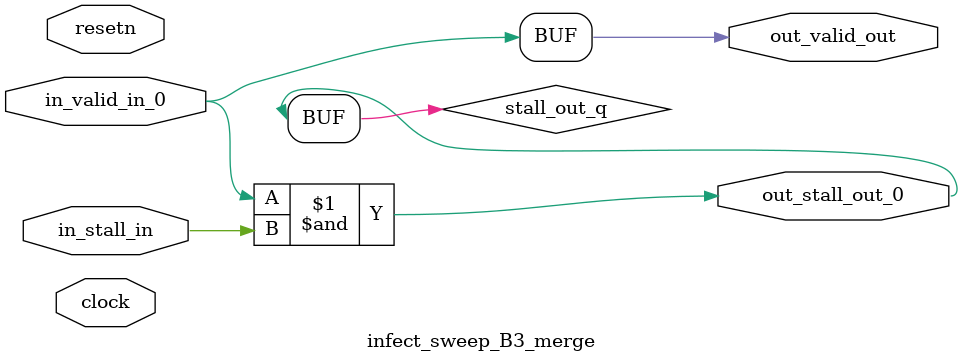
<source format=sv>



(* altera_attribute = "-name AUTO_SHIFT_REGISTER_RECOGNITION OFF; -name MESSAGE_DISABLE 10036; -name MESSAGE_DISABLE 10037; -name MESSAGE_DISABLE 14130; -name MESSAGE_DISABLE 14320; -name MESSAGE_DISABLE 15400; -name MESSAGE_DISABLE 14130; -name MESSAGE_DISABLE 10036; -name MESSAGE_DISABLE 12020; -name MESSAGE_DISABLE 12030; -name MESSAGE_DISABLE 12010; -name MESSAGE_DISABLE 12110; -name MESSAGE_DISABLE 14320; -name MESSAGE_DISABLE 13410; -name MESSAGE_DISABLE 113007; -name MESSAGE_DISABLE 10958" *)
module infect_sweep_B3_merge (
    input wire [0:0] in_stall_in,
    input wire [0:0] in_valid_in_0,
    output wire [0:0] out_stall_out_0,
    output wire [0:0] out_valid_out,
    input wire clock,
    input wire resetn
    );

    wire [0:0] stall_out_q;


    // stall_out(LOGICAL,6)
    assign stall_out_q = in_valid_in_0 & in_stall_in;

    // out_stall_out_0(GPOUT,4)
    assign out_stall_out_0 = stall_out_q;

    // out_valid_out(GPOUT,5)
    assign out_valid_out = in_valid_in_0;

endmodule

</source>
